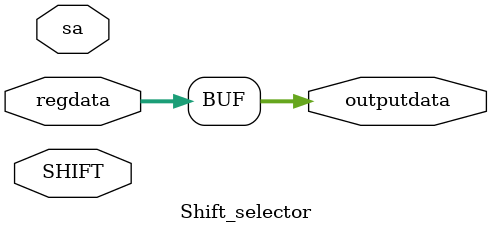
<source format=v>
module Shift_selector(regdata, sa, SHIFT, outputdata);
	input[31:0] regdata;
	input[4:0] sa;
	input SHIFT;
	output reg[31:0] outputdata;

	initial begin
		outputdata = 0;
	end

	always @(regdata or sa or SHIFT) begin
	 	outputdata = regdata;
	end
endmodule
</source>
